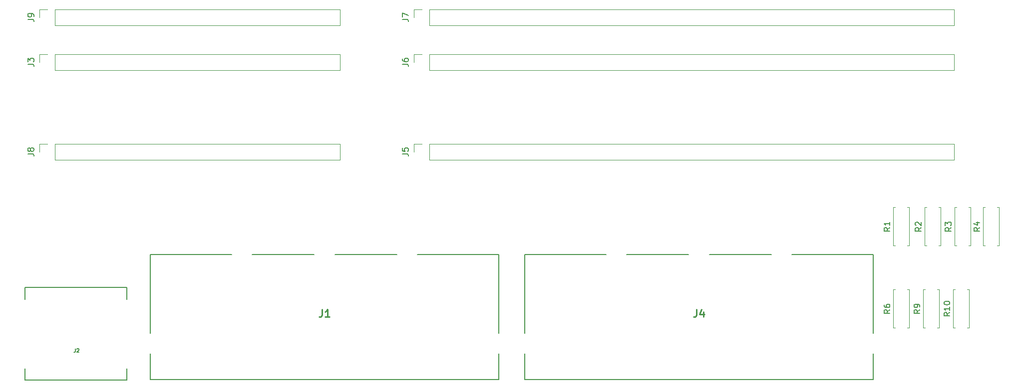
<source format=gto>
%TF.GenerationSoftware,KiCad,Pcbnew,8.0.7*%
%TF.CreationDate,2025-02-08T16:39:55+02:00*%
%TF.ProjectId,HCP65 Component Tester,48435036-3520-4436-9f6d-706f6e656e74,V0*%
%TF.SameCoordinates,Original*%
%TF.FileFunction,Legend,Top*%
%TF.FilePolarity,Positive*%
%FSLAX46Y46*%
G04 Gerber Fmt 4.6, Leading zero omitted, Abs format (unit mm)*
G04 Created by KiCad (PCBNEW 8.0.7) date 2025-02-08 16:39:55*
%MOMM*%
%LPD*%
G01*
G04 APERTURE LIST*
%ADD10C,0.150000*%
%ADD11C,0.254000*%
%ADD12C,0.200000*%
%ADD13C,0.120000*%
%ADD14C,0.100000*%
G04 APERTURE END LIST*
D10*
X4729333Y-56318963D02*
X4729333Y-56772534D01*
X4729333Y-56772534D02*
X4699094Y-56863248D01*
X4699094Y-56863248D02*
X4638618Y-56923725D01*
X4638618Y-56923725D02*
X4547904Y-56953963D01*
X4547904Y-56953963D02*
X4487428Y-56953963D01*
X5001476Y-56379439D02*
X5031714Y-56349201D01*
X5031714Y-56349201D02*
X5092190Y-56318963D01*
X5092190Y-56318963D02*
X5243381Y-56318963D01*
X5243381Y-56318963D02*
X5303857Y-56349201D01*
X5303857Y-56349201D02*
X5334095Y-56379439D01*
X5334095Y-56379439D02*
X5364333Y-56439915D01*
X5364333Y-56439915D02*
X5364333Y-56500391D01*
X5364333Y-56500391D02*
X5334095Y-56591105D01*
X5334095Y-56591105D02*
X4971238Y-56953963D01*
X4971238Y-56953963D02*
X5364333Y-56953963D01*
X-3315180Y-333333D02*
X-2600895Y-333333D01*
X-2600895Y-333333D02*
X-2458038Y-380952D01*
X-2458038Y-380952D02*
X-2362800Y-476190D01*
X-2362800Y-476190D02*
X-2315180Y-619047D01*
X-2315180Y-619047D02*
X-2315180Y-714285D01*
X-2315180Y190476D02*
X-2315180Y380952D01*
X-2315180Y380952D02*
X-2362800Y476190D01*
X-2362800Y476190D02*
X-2410419Y523809D01*
X-2410419Y523809D02*
X-2553276Y619047D01*
X-2553276Y619047D02*
X-2743752Y666666D01*
X-2743752Y666666D02*
X-3124704Y666666D01*
X-3124704Y666666D02*
X-3219942Y619047D01*
X-3219942Y619047D02*
X-3267561Y571428D01*
X-3267561Y571428D02*
X-3315180Y476190D01*
X-3315180Y476190D02*
X-3315180Y285714D01*
X-3315180Y285714D02*
X-3267561Y190476D01*
X-3267561Y190476D02*
X-3219942Y142857D01*
X-3219942Y142857D02*
X-3124704Y95238D01*
X-3124704Y95238D02*
X-2886609Y95238D01*
X-2886609Y95238D02*
X-2791371Y142857D01*
X-2791371Y142857D02*
X-2743752Y190476D01*
X-2743752Y190476D02*
X-2696133Y285714D01*
X-2696133Y285714D02*
X-2696133Y476190D01*
X-2696133Y476190D02*
X-2743752Y571428D01*
X-2743752Y571428D02*
X-2791371Y619047D01*
X-2791371Y619047D02*
X-2886609Y666666D01*
X-3315180Y-23193333D02*
X-2600895Y-23193333D01*
X-2600895Y-23193333D02*
X-2458038Y-23240952D01*
X-2458038Y-23240952D02*
X-2362800Y-23336190D01*
X-2362800Y-23336190D02*
X-2315180Y-23479047D01*
X-2315180Y-23479047D02*
X-2315180Y-23574285D01*
X-2886609Y-22574285D02*
X-2934228Y-22669523D01*
X-2934228Y-22669523D02*
X-2981847Y-22717142D01*
X-2981847Y-22717142D02*
X-3077085Y-22764761D01*
X-3077085Y-22764761D02*
X-3124704Y-22764761D01*
X-3124704Y-22764761D02*
X-3219942Y-22717142D01*
X-3219942Y-22717142D02*
X-3267561Y-22669523D01*
X-3267561Y-22669523D02*
X-3315180Y-22574285D01*
X-3315180Y-22574285D02*
X-3315180Y-22383809D01*
X-3315180Y-22383809D02*
X-3267561Y-22288571D01*
X-3267561Y-22288571D02*
X-3219942Y-22240952D01*
X-3219942Y-22240952D02*
X-3124704Y-22193333D01*
X-3124704Y-22193333D02*
X-3077085Y-22193333D01*
X-3077085Y-22193333D02*
X-2981847Y-22240952D01*
X-2981847Y-22240952D02*
X-2934228Y-22288571D01*
X-2934228Y-22288571D02*
X-2886609Y-22383809D01*
X-2886609Y-22383809D02*
X-2886609Y-22574285D01*
X-2886609Y-22574285D02*
X-2838990Y-22669523D01*
X-2838990Y-22669523D02*
X-2791371Y-22717142D01*
X-2791371Y-22717142D02*
X-2696133Y-22764761D01*
X-2696133Y-22764761D02*
X-2505657Y-22764761D01*
X-2505657Y-22764761D02*
X-2410419Y-22717142D01*
X-2410419Y-22717142D02*
X-2362800Y-22669523D01*
X-2362800Y-22669523D02*
X-2315180Y-22574285D01*
X-2315180Y-22574285D02*
X-2315180Y-22383809D01*
X-2315180Y-22383809D02*
X-2362800Y-22288571D01*
X-2362800Y-22288571D02*
X-2410419Y-22240952D01*
X-2410419Y-22240952D02*
X-2505657Y-22193333D01*
X-2505657Y-22193333D02*
X-2696133Y-22193333D01*
X-2696133Y-22193333D02*
X-2791371Y-22240952D01*
X-2791371Y-22240952D02*
X-2838990Y-22288571D01*
X-2838990Y-22288571D02*
X-2886609Y-22383809D01*
X153024819Y-50172857D02*
X152548628Y-50506190D01*
X153024819Y-50744285D02*
X152024819Y-50744285D01*
X152024819Y-50744285D02*
X152024819Y-50363333D01*
X152024819Y-50363333D02*
X152072438Y-50268095D01*
X152072438Y-50268095D02*
X152120057Y-50220476D01*
X152120057Y-50220476D02*
X152215295Y-50172857D01*
X152215295Y-50172857D02*
X152358152Y-50172857D01*
X152358152Y-50172857D02*
X152453390Y-50220476D01*
X152453390Y-50220476D02*
X152501009Y-50268095D01*
X152501009Y-50268095D02*
X152548628Y-50363333D01*
X152548628Y-50363333D02*
X152548628Y-50744285D01*
X153024819Y-49220476D02*
X153024819Y-49791904D01*
X153024819Y-49506190D02*
X152024819Y-49506190D01*
X152024819Y-49506190D02*
X152167676Y-49601428D01*
X152167676Y-49601428D02*
X152262914Y-49696666D01*
X152262914Y-49696666D02*
X152310533Y-49791904D01*
X152024819Y-48601428D02*
X152024819Y-48506190D01*
X152024819Y-48506190D02*
X152072438Y-48410952D01*
X152072438Y-48410952D02*
X152120057Y-48363333D01*
X152120057Y-48363333D02*
X152215295Y-48315714D01*
X152215295Y-48315714D02*
X152405771Y-48268095D01*
X152405771Y-48268095D02*
X152643866Y-48268095D01*
X152643866Y-48268095D02*
X152834342Y-48315714D01*
X152834342Y-48315714D02*
X152929580Y-48363333D01*
X152929580Y-48363333D02*
X152977200Y-48410952D01*
X152977200Y-48410952D02*
X153024819Y-48506190D01*
X153024819Y-48506190D02*
X153024819Y-48601428D01*
X153024819Y-48601428D02*
X152977200Y-48696666D01*
X152977200Y-48696666D02*
X152929580Y-48744285D01*
X152929580Y-48744285D02*
X152834342Y-48791904D01*
X152834342Y-48791904D02*
X152643866Y-48839523D01*
X152643866Y-48839523D02*
X152405771Y-48839523D01*
X152405771Y-48839523D02*
X152215295Y-48791904D01*
X152215295Y-48791904D02*
X152120057Y-48744285D01*
X152120057Y-48744285D02*
X152072438Y-48696666D01*
X152072438Y-48696666D02*
X152024819Y-48601428D01*
X147944819Y-49696666D02*
X147468628Y-50029999D01*
X147944819Y-50268094D02*
X146944819Y-50268094D01*
X146944819Y-50268094D02*
X146944819Y-49887142D01*
X146944819Y-49887142D02*
X146992438Y-49791904D01*
X146992438Y-49791904D02*
X147040057Y-49744285D01*
X147040057Y-49744285D02*
X147135295Y-49696666D01*
X147135295Y-49696666D02*
X147278152Y-49696666D01*
X147278152Y-49696666D02*
X147373390Y-49744285D01*
X147373390Y-49744285D02*
X147421009Y-49791904D01*
X147421009Y-49791904D02*
X147468628Y-49887142D01*
X147468628Y-49887142D02*
X147468628Y-50268094D01*
X147944819Y-49220475D02*
X147944819Y-49029999D01*
X147944819Y-49029999D02*
X147897200Y-48934761D01*
X147897200Y-48934761D02*
X147849580Y-48887142D01*
X147849580Y-48887142D02*
X147706723Y-48791904D01*
X147706723Y-48791904D02*
X147516247Y-48744285D01*
X147516247Y-48744285D02*
X147135295Y-48744285D01*
X147135295Y-48744285D02*
X147040057Y-48791904D01*
X147040057Y-48791904D02*
X146992438Y-48839523D01*
X146992438Y-48839523D02*
X146944819Y-48934761D01*
X146944819Y-48934761D02*
X146944819Y-49125237D01*
X146944819Y-49125237D02*
X146992438Y-49220475D01*
X146992438Y-49220475D02*
X147040057Y-49268094D01*
X147040057Y-49268094D02*
X147135295Y-49315713D01*
X147135295Y-49315713D02*
X147373390Y-49315713D01*
X147373390Y-49315713D02*
X147468628Y-49268094D01*
X147468628Y-49268094D02*
X147516247Y-49220475D01*
X147516247Y-49220475D02*
X147563866Y-49125237D01*
X147563866Y-49125237D02*
X147563866Y-48934761D01*
X147563866Y-48934761D02*
X147516247Y-48839523D01*
X147516247Y-48839523D02*
X147468628Y-48791904D01*
X147468628Y-48791904D02*
X147373390Y-48744285D01*
X142864819Y-49696666D02*
X142388628Y-50029999D01*
X142864819Y-50268094D02*
X141864819Y-50268094D01*
X141864819Y-50268094D02*
X141864819Y-49887142D01*
X141864819Y-49887142D02*
X141912438Y-49791904D01*
X141912438Y-49791904D02*
X141960057Y-49744285D01*
X141960057Y-49744285D02*
X142055295Y-49696666D01*
X142055295Y-49696666D02*
X142198152Y-49696666D01*
X142198152Y-49696666D02*
X142293390Y-49744285D01*
X142293390Y-49744285D02*
X142341009Y-49791904D01*
X142341009Y-49791904D02*
X142388628Y-49887142D01*
X142388628Y-49887142D02*
X142388628Y-50268094D01*
X141864819Y-48839523D02*
X141864819Y-49029999D01*
X141864819Y-49029999D02*
X141912438Y-49125237D01*
X141912438Y-49125237D02*
X141960057Y-49172856D01*
X141960057Y-49172856D02*
X142102914Y-49268094D01*
X142102914Y-49268094D02*
X142293390Y-49315713D01*
X142293390Y-49315713D02*
X142674342Y-49315713D01*
X142674342Y-49315713D02*
X142769580Y-49268094D01*
X142769580Y-49268094D02*
X142817200Y-49220475D01*
X142817200Y-49220475D02*
X142864819Y-49125237D01*
X142864819Y-49125237D02*
X142864819Y-48934761D01*
X142864819Y-48934761D02*
X142817200Y-48839523D01*
X142817200Y-48839523D02*
X142769580Y-48791904D01*
X142769580Y-48791904D02*
X142674342Y-48744285D01*
X142674342Y-48744285D02*
X142436247Y-48744285D01*
X142436247Y-48744285D02*
X142341009Y-48791904D01*
X142341009Y-48791904D02*
X142293390Y-48839523D01*
X142293390Y-48839523D02*
X142245771Y-48934761D01*
X142245771Y-48934761D02*
X142245771Y-49125237D01*
X142245771Y-49125237D02*
X142293390Y-49220475D01*
X142293390Y-49220475D02*
X142341009Y-49268094D01*
X142341009Y-49268094D02*
X142436247Y-49315713D01*
X158104819Y-35726666D02*
X157628628Y-36059999D01*
X158104819Y-36298094D02*
X157104819Y-36298094D01*
X157104819Y-36298094D02*
X157104819Y-35917142D01*
X157104819Y-35917142D02*
X157152438Y-35821904D01*
X157152438Y-35821904D02*
X157200057Y-35774285D01*
X157200057Y-35774285D02*
X157295295Y-35726666D01*
X157295295Y-35726666D02*
X157438152Y-35726666D01*
X157438152Y-35726666D02*
X157533390Y-35774285D01*
X157533390Y-35774285D02*
X157581009Y-35821904D01*
X157581009Y-35821904D02*
X157628628Y-35917142D01*
X157628628Y-35917142D02*
X157628628Y-36298094D01*
X157438152Y-34869523D02*
X158104819Y-34869523D01*
X157057200Y-35107618D02*
X157771485Y-35345713D01*
X157771485Y-35345713D02*
X157771485Y-34726666D01*
X153264819Y-35726666D02*
X152788628Y-36059999D01*
X153264819Y-36298094D02*
X152264819Y-36298094D01*
X152264819Y-36298094D02*
X152264819Y-35917142D01*
X152264819Y-35917142D02*
X152312438Y-35821904D01*
X152312438Y-35821904D02*
X152360057Y-35774285D01*
X152360057Y-35774285D02*
X152455295Y-35726666D01*
X152455295Y-35726666D02*
X152598152Y-35726666D01*
X152598152Y-35726666D02*
X152693390Y-35774285D01*
X152693390Y-35774285D02*
X152741009Y-35821904D01*
X152741009Y-35821904D02*
X152788628Y-35917142D01*
X152788628Y-35917142D02*
X152788628Y-36298094D01*
X152264819Y-35393332D02*
X152264819Y-34774285D01*
X152264819Y-34774285D02*
X152645771Y-35107618D01*
X152645771Y-35107618D02*
X152645771Y-34964761D01*
X152645771Y-34964761D02*
X152693390Y-34869523D01*
X152693390Y-34869523D02*
X152741009Y-34821904D01*
X152741009Y-34821904D02*
X152836247Y-34774285D01*
X152836247Y-34774285D02*
X153074342Y-34774285D01*
X153074342Y-34774285D02*
X153169580Y-34821904D01*
X153169580Y-34821904D02*
X153217200Y-34869523D01*
X153217200Y-34869523D02*
X153264819Y-34964761D01*
X153264819Y-34964761D02*
X153264819Y-35250475D01*
X153264819Y-35250475D02*
X153217200Y-35345713D01*
X153217200Y-35345713D02*
X153169580Y-35393332D01*
X148184819Y-35726666D02*
X147708628Y-36059999D01*
X148184819Y-36298094D02*
X147184819Y-36298094D01*
X147184819Y-36298094D02*
X147184819Y-35917142D01*
X147184819Y-35917142D02*
X147232438Y-35821904D01*
X147232438Y-35821904D02*
X147280057Y-35774285D01*
X147280057Y-35774285D02*
X147375295Y-35726666D01*
X147375295Y-35726666D02*
X147518152Y-35726666D01*
X147518152Y-35726666D02*
X147613390Y-35774285D01*
X147613390Y-35774285D02*
X147661009Y-35821904D01*
X147661009Y-35821904D02*
X147708628Y-35917142D01*
X147708628Y-35917142D02*
X147708628Y-36298094D01*
X147280057Y-35345713D02*
X147232438Y-35298094D01*
X147232438Y-35298094D02*
X147184819Y-35202856D01*
X147184819Y-35202856D02*
X147184819Y-34964761D01*
X147184819Y-34964761D02*
X147232438Y-34869523D01*
X147232438Y-34869523D02*
X147280057Y-34821904D01*
X147280057Y-34821904D02*
X147375295Y-34774285D01*
X147375295Y-34774285D02*
X147470533Y-34774285D01*
X147470533Y-34774285D02*
X147613390Y-34821904D01*
X147613390Y-34821904D02*
X148184819Y-35393332D01*
X148184819Y-35393332D02*
X148184819Y-34774285D01*
X142864819Y-35726666D02*
X142388628Y-36059999D01*
X142864819Y-36298094D02*
X141864819Y-36298094D01*
X141864819Y-36298094D02*
X141864819Y-35917142D01*
X141864819Y-35917142D02*
X141912438Y-35821904D01*
X141912438Y-35821904D02*
X141960057Y-35774285D01*
X141960057Y-35774285D02*
X142055295Y-35726666D01*
X142055295Y-35726666D02*
X142198152Y-35726666D01*
X142198152Y-35726666D02*
X142293390Y-35774285D01*
X142293390Y-35774285D02*
X142341009Y-35821904D01*
X142341009Y-35821904D02*
X142388628Y-35917142D01*
X142388628Y-35917142D02*
X142388628Y-36298094D01*
X142864819Y-34774285D02*
X142864819Y-35345713D01*
X142864819Y-35059999D02*
X141864819Y-35059999D01*
X141864819Y-35059999D02*
X142007676Y-35155237D01*
X142007676Y-35155237D02*
X142102914Y-35250475D01*
X142102914Y-35250475D02*
X142150533Y-35345713D01*
X60184819Y-333333D02*
X60899104Y-333333D01*
X60899104Y-333333D02*
X61041961Y-380952D01*
X61041961Y-380952D02*
X61137200Y-476190D01*
X61137200Y-476190D02*
X61184819Y-619047D01*
X61184819Y-619047D02*
X61184819Y-714285D01*
X60184819Y47619D02*
X60184819Y714285D01*
X60184819Y714285D02*
X61184819Y285714D01*
X60184819Y-7953333D02*
X60899104Y-7953333D01*
X60899104Y-7953333D02*
X61041961Y-8000952D01*
X61041961Y-8000952D02*
X61137200Y-8096190D01*
X61137200Y-8096190D02*
X61184819Y-8239047D01*
X61184819Y-8239047D02*
X61184819Y-8334285D01*
X60184819Y-7048571D02*
X60184819Y-7239047D01*
X60184819Y-7239047D02*
X60232438Y-7334285D01*
X60232438Y-7334285D02*
X60280057Y-7381904D01*
X60280057Y-7381904D02*
X60422914Y-7477142D01*
X60422914Y-7477142D02*
X60613390Y-7524761D01*
X60613390Y-7524761D02*
X60994342Y-7524761D01*
X60994342Y-7524761D02*
X61089580Y-7477142D01*
X61089580Y-7477142D02*
X61137200Y-7429523D01*
X61137200Y-7429523D02*
X61184819Y-7334285D01*
X61184819Y-7334285D02*
X61184819Y-7143809D01*
X61184819Y-7143809D02*
X61137200Y-7048571D01*
X61137200Y-7048571D02*
X61089580Y-7000952D01*
X61089580Y-7000952D02*
X60994342Y-6953333D01*
X60994342Y-6953333D02*
X60756247Y-6953333D01*
X60756247Y-6953333D02*
X60661009Y-7000952D01*
X60661009Y-7000952D02*
X60613390Y-7048571D01*
X60613390Y-7048571D02*
X60565771Y-7143809D01*
X60565771Y-7143809D02*
X60565771Y-7334285D01*
X60565771Y-7334285D02*
X60613390Y-7429523D01*
X60613390Y-7429523D02*
X60661009Y-7477142D01*
X60661009Y-7477142D02*
X60756247Y-7524761D01*
X60184819Y-23193333D02*
X60899104Y-23193333D01*
X60899104Y-23193333D02*
X61041961Y-23240952D01*
X61041961Y-23240952D02*
X61137200Y-23336190D01*
X61137200Y-23336190D02*
X61184819Y-23479047D01*
X61184819Y-23479047D02*
X61184819Y-23574285D01*
X60184819Y-22240952D02*
X60184819Y-22717142D01*
X60184819Y-22717142D02*
X60661009Y-22764761D01*
X60661009Y-22764761D02*
X60613390Y-22717142D01*
X60613390Y-22717142D02*
X60565771Y-22621904D01*
X60565771Y-22621904D02*
X60565771Y-22383809D01*
X60565771Y-22383809D02*
X60613390Y-22288571D01*
X60613390Y-22288571D02*
X60661009Y-22240952D01*
X60661009Y-22240952D02*
X60756247Y-22193333D01*
X60756247Y-22193333D02*
X60994342Y-22193333D01*
X60994342Y-22193333D02*
X61089580Y-22240952D01*
X61089580Y-22240952D02*
X61137200Y-22288571D01*
X61137200Y-22288571D02*
X61184819Y-22383809D01*
X61184819Y-22383809D02*
X61184819Y-22621904D01*
X61184819Y-22621904D02*
X61137200Y-22717142D01*
X61137200Y-22717142D02*
X61089580Y-22764761D01*
X-3315180Y-7953333D02*
X-2600895Y-7953333D01*
X-2600895Y-7953333D02*
X-2458038Y-8000952D01*
X-2458038Y-8000952D02*
X-2362800Y-8096190D01*
X-2362800Y-8096190D02*
X-2315180Y-8239047D01*
X-2315180Y-8239047D02*
X-2315180Y-8334285D01*
X-3315180Y-7572380D02*
X-3315180Y-6953333D01*
X-3315180Y-6953333D02*
X-2934228Y-7286666D01*
X-2934228Y-7286666D02*
X-2934228Y-7143809D01*
X-2934228Y-7143809D02*
X-2886609Y-7048571D01*
X-2886609Y-7048571D02*
X-2838990Y-7000952D01*
X-2838990Y-7000952D02*
X-2743752Y-6953333D01*
X-2743752Y-6953333D02*
X-2505657Y-6953333D01*
X-2505657Y-6953333D02*
X-2410419Y-7000952D01*
X-2410419Y-7000952D02*
X-2362800Y-7048571D01*
X-2362800Y-7048571D02*
X-2315180Y-7143809D01*
X-2315180Y-7143809D02*
X-2315180Y-7429523D01*
X-2315180Y-7429523D02*
X-2362800Y-7524761D01*
X-2362800Y-7524761D02*
X-2410419Y-7572380D01*
D11*
X46565667Y-49650318D02*
X46565667Y-50557461D01*
X46565667Y-50557461D02*
X46505190Y-50738889D01*
X46505190Y-50738889D02*
X46384238Y-50859842D01*
X46384238Y-50859842D02*
X46202809Y-50920318D01*
X46202809Y-50920318D02*
X46081857Y-50920318D01*
X47835667Y-50920318D02*
X47109952Y-50920318D01*
X47472809Y-50920318D02*
X47472809Y-49650318D01*
X47472809Y-49650318D02*
X47351857Y-49831746D01*
X47351857Y-49831746D02*
X47230905Y-49952699D01*
X47230905Y-49952699D02*
X47109952Y-50013175D01*
X110065667Y-49650318D02*
X110065667Y-50557461D01*
X110065667Y-50557461D02*
X110005190Y-50738889D01*
X110005190Y-50738889D02*
X109884238Y-50859842D01*
X109884238Y-50859842D02*
X109702809Y-50920318D01*
X109702809Y-50920318D02*
X109581857Y-50920318D01*
X111214714Y-50073651D02*
X111214714Y-50920318D01*
X110912333Y-49589842D02*
X110609952Y-50496984D01*
X110609952Y-50496984D02*
X111396143Y-50496984D01*
D12*
%TO.C,J2*%
X-3809000Y-45918000D02*
X-3809000Y-47918000D01*
X-3809000Y-45918000D02*
X13461000Y-45918000D01*
X-3809000Y-61668000D02*
X-3809000Y-59668000D01*
X-3809000Y-61668000D02*
X13461000Y-61668000D01*
X13461000Y-45918000D02*
X13461000Y-47918000D01*
X13461000Y-61668000D02*
X13461000Y-59668000D01*
D13*
%TO.C,J9*%
X1270000Y-1330000D02*
X49590000Y-1330000D01*
X1270000Y-1330000D02*
X1270000Y1330000D01*
X49590000Y-1330000D02*
X49590000Y1330000D01*
X-1330000Y0D02*
X-1330000Y1330000D01*
X-1330000Y1330000D02*
X0Y1330000D01*
X1270000Y1330000D02*
X49590000Y1330000D01*
%TO.C,J8*%
X1270000Y-24190000D02*
X49590000Y-24190000D01*
X1270000Y-24190000D02*
X1270000Y-21530000D01*
X49590000Y-24190000D02*
X49590000Y-21530000D01*
X-1330000Y-22860000D02*
X-1330000Y-21530000D01*
X-1330000Y-21530000D02*
X0Y-21530000D01*
X1270000Y-21530000D02*
X49590000Y-21530000D01*
%TO.C,R10*%
X153570000Y-52800000D02*
X153570000Y-46260000D01*
X153900000Y-52800000D02*
X153570000Y-52800000D01*
X155980000Y-52800000D02*
X156310000Y-52800000D01*
X156310000Y-52800000D02*
X156310000Y-46260000D01*
X153570000Y-46260000D02*
X153900000Y-46260000D01*
X156310000Y-46260000D02*
X155980000Y-46260000D01*
%TO.C,R9*%
X148490000Y-52800000D02*
X148490000Y-46260000D01*
X148820000Y-52800000D02*
X148490000Y-52800000D01*
X150900000Y-52800000D02*
X151230000Y-52800000D01*
X151230000Y-52800000D02*
X151230000Y-46260000D01*
X148490000Y-46260000D02*
X148820000Y-46260000D01*
X151230000Y-46260000D02*
X150900000Y-46260000D01*
%TO.C,R6*%
X143410000Y-52800000D02*
X143410000Y-46260000D01*
X143740000Y-52800000D02*
X143410000Y-52800000D01*
X145820000Y-52800000D02*
X146150000Y-52800000D01*
X146150000Y-52800000D02*
X146150000Y-46260000D01*
X143410000Y-46260000D02*
X143740000Y-46260000D01*
X146150000Y-46260000D02*
X145820000Y-46260000D01*
%TO.C,R4*%
X158650000Y-38830000D02*
X158650000Y-32290000D01*
X158980000Y-38830000D02*
X158650000Y-38830000D01*
X161060000Y-38830000D02*
X161390000Y-38830000D01*
X161390000Y-38830000D02*
X161390000Y-32290000D01*
X158650000Y-32290000D02*
X158980000Y-32290000D01*
X161390000Y-32290000D02*
X161060000Y-32290000D01*
%TO.C,R3*%
X153810000Y-38830000D02*
X153810000Y-32290000D01*
X154140000Y-38830000D02*
X153810000Y-38830000D01*
X156220000Y-38830000D02*
X156550000Y-38830000D01*
X156550000Y-38830000D02*
X156550000Y-32290000D01*
X153810000Y-32290000D02*
X154140000Y-32290000D01*
X156550000Y-32290000D02*
X156220000Y-32290000D01*
%TO.C,R2*%
X148730000Y-38830000D02*
X148730000Y-32290000D01*
X149060000Y-38830000D02*
X148730000Y-38830000D01*
X151140000Y-38830000D02*
X151470000Y-38830000D01*
X151470000Y-38830000D02*
X151470000Y-32290000D01*
X148730000Y-32290000D02*
X149060000Y-32290000D01*
X151470000Y-32290000D02*
X151140000Y-32290000D01*
%TO.C,R1*%
X143410000Y-38830000D02*
X143410000Y-32290000D01*
X143740000Y-38830000D02*
X143410000Y-38830000D01*
X145820000Y-38830000D02*
X146150000Y-38830000D01*
X146150000Y-38830000D02*
X146150000Y-32290000D01*
X143410000Y-32290000D02*
X143740000Y-32290000D01*
X146150000Y-32290000D02*
X145820000Y-32290000D01*
%TO.C,J7*%
X64770000Y-1330000D02*
X153730000Y-1330000D01*
X64770000Y-1330000D02*
X64770000Y1330000D01*
X153730000Y-1330000D02*
X153730000Y1330000D01*
X62170000Y0D02*
X62170000Y1330000D01*
X62170000Y1330000D02*
X63500000Y1330000D01*
X64770000Y1330000D02*
X153730000Y1330000D01*
%TO.C,J6*%
X64770000Y-8950000D02*
X153730000Y-8950000D01*
X64770000Y-8950000D02*
X64770000Y-6290000D01*
X153730000Y-8950000D02*
X153730000Y-6290000D01*
X62170000Y-7620000D02*
X62170000Y-6290000D01*
X62170000Y-6290000D02*
X63500000Y-6290000D01*
X64770000Y-6290000D02*
X153730000Y-6290000D01*
%TO.C,J5*%
X64770000Y-24190000D02*
X153730000Y-24190000D01*
X64770000Y-24190000D02*
X64770000Y-21530000D01*
X153730000Y-24190000D02*
X153730000Y-21530000D01*
X62170000Y-22860000D02*
X62170000Y-21530000D01*
X62170000Y-21530000D02*
X63500000Y-21530000D01*
X64770000Y-21530000D02*
X153730000Y-21530000D01*
%TO.C,J3*%
X1270000Y-8950000D02*
X49590000Y-8950000D01*
X1270000Y-8950000D02*
X1270000Y-6290000D01*
X49590000Y-8950000D02*
X49590000Y-6290000D01*
X-1330000Y-7620000D02*
X-1330000Y-6290000D01*
X-1330000Y-6290000D02*
X0Y-6290000D01*
X1270000Y-6290000D02*
X49590000Y-6290000D01*
D14*
%TO.C,J1*%
X17455000Y-40300000D02*
X17455000Y-40300000D01*
X17455000Y-40300000D02*
X17455000Y-40300000D01*
D12*
X17455000Y-40300000D02*
X31240000Y-40300000D01*
X17455000Y-53670000D02*
X17455000Y-40300000D01*
D14*
X17455000Y-53670000D02*
X17455000Y-53670000D01*
X17455000Y-57170000D02*
X17455000Y-57170000D01*
D12*
X17455000Y-61540000D02*
X17455000Y-57170000D01*
D14*
X17455000Y-61540000D02*
X17455000Y-61540000D01*
X17455000Y-61540000D02*
X17455000Y-61540000D01*
X31240000Y-40300000D02*
X31240000Y-40300000D01*
X34740000Y-40300000D02*
X34740000Y-40300000D01*
D12*
X34740000Y-40300000D02*
X45240000Y-40300000D01*
D14*
X45240000Y-40300000D02*
X45240000Y-40300000D01*
X48740000Y-40300000D02*
X48740000Y-40300000D01*
D12*
X59240000Y-40300000D02*
X48740000Y-40300000D01*
D14*
X59240000Y-40300000D02*
X59240000Y-40300000D01*
X62740000Y-40300000D02*
X62740000Y-40300000D01*
D12*
X76525000Y-40300000D02*
X62740000Y-40300000D01*
D14*
X76525000Y-40300000D02*
X76525000Y-40300000D01*
X76525000Y-40300000D02*
X76525000Y-40300000D01*
D12*
X76525000Y-53670000D02*
X76525000Y-40300000D01*
D14*
X76525000Y-53670000D02*
X76525000Y-53670000D01*
X76525000Y-57170000D02*
X76525000Y-57170000D01*
D12*
X76525000Y-61540000D02*
X17455000Y-61540000D01*
X76525000Y-61540000D02*
X76525000Y-57170000D01*
D14*
X76525000Y-61540000D02*
X76525000Y-61540000D01*
X76525000Y-61540000D02*
X76525000Y-61540000D01*
%TO.C,J4*%
X80955000Y-40300000D02*
X80955000Y-40300000D01*
X80955000Y-40300000D02*
X80955000Y-40300000D01*
D12*
X80955000Y-40300000D02*
X94740000Y-40300000D01*
X80955000Y-53670000D02*
X80955000Y-40300000D01*
D14*
X80955000Y-53670000D02*
X80955000Y-53670000D01*
X80955000Y-57170000D02*
X80955000Y-57170000D01*
D12*
X80955000Y-61540000D02*
X80955000Y-57170000D01*
D14*
X80955000Y-61540000D02*
X80955000Y-61540000D01*
X80955000Y-61540000D02*
X80955000Y-61540000D01*
X94740000Y-40300000D02*
X94740000Y-40300000D01*
X98240000Y-40300000D02*
X98240000Y-40300000D01*
D12*
X98240000Y-40300000D02*
X108740000Y-40300000D01*
D14*
X108740000Y-40300000D02*
X108740000Y-40300000D01*
X112240000Y-40300000D02*
X112240000Y-40300000D01*
D12*
X122740000Y-40300000D02*
X112240000Y-40300000D01*
D14*
X122740000Y-40300000D02*
X122740000Y-40300000D01*
X126240000Y-40300000D02*
X126240000Y-40300000D01*
D12*
X140025000Y-40300000D02*
X126240000Y-40300000D01*
D14*
X140025000Y-40300000D02*
X140025000Y-40300000D01*
X140025000Y-40300000D02*
X140025000Y-40300000D01*
D12*
X140025000Y-53670000D02*
X140025000Y-40300000D01*
D14*
X140025000Y-53670000D02*
X140025000Y-53670000D01*
X140025000Y-57170000D02*
X140025000Y-57170000D01*
D12*
X140025000Y-61540000D02*
X80955000Y-61540000D01*
X140025000Y-61540000D02*
X140025000Y-57170000D01*
D14*
X140025000Y-61540000D02*
X140025000Y-61540000D01*
X140025000Y-61540000D02*
X140025000Y-61540000D01*
%TD*%
M02*

</source>
